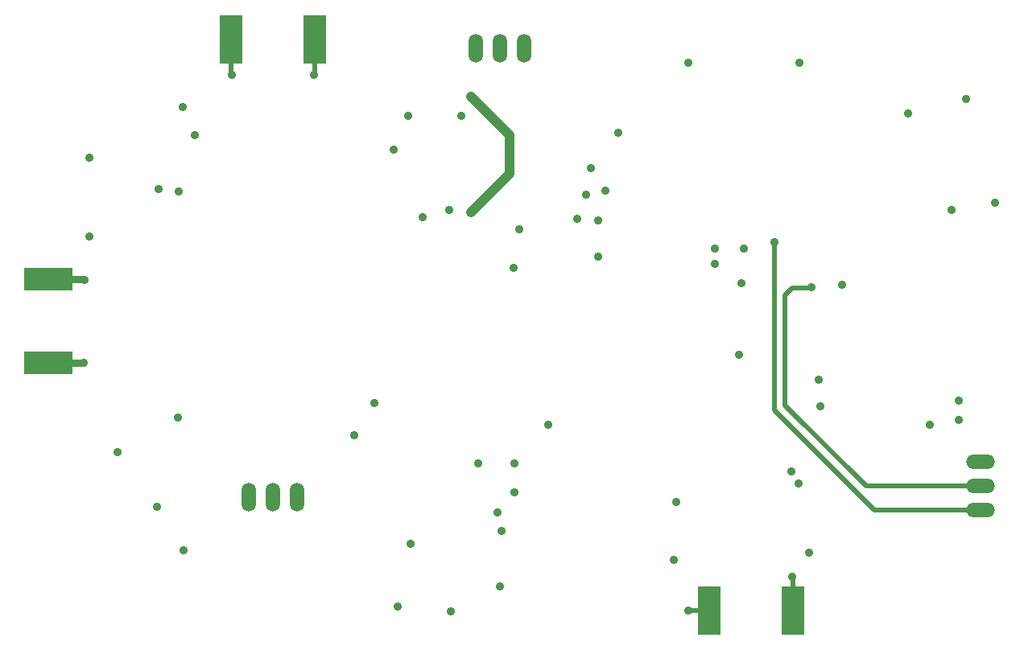
<source format=gbl>
%FSLAX34Y34*%
G04 Gerber Fmt 3.4, Leading zero omitted, Abs format*
G04 (created by PCBNEW (2014-03-19 BZR 4756)-product) date Mon 28 Jul 2014 09:33:57 AM AKDT*
%MOIN*%
G01*
G70*
G90*
G04 APERTURE LIST*
%ADD10C,0.005906*%
%ADD11R,0.200787X0.094488*%
%ADD12R,0.094488X0.200787*%
%ADD13O,0.059300X0.118700*%
%ADD14O,0.118700X0.059300*%
%ADD15C,0.035000*%
%ADD16C,0.031496*%
%ADD17C,0.019685*%
%ADD18C,0.039370*%
G04 APERTURE END LIST*
G54D10*
G54D11*
X23500Y-24232D03*
X23500Y-20767D03*
G54D12*
X34507Y-10850D03*
X31042Y-10850D03*
X54316Y-34500D03*
X50851Y-34500D03*
G54D13*
X31800Y-29800D03*
X32800Y-29800D03*
X33800Y-29800D03*
G54D14*
X62100Y-30350D03*
X62100Y-29350D03*
X62100Y-28350D03*
G54D13*
X43200Y-11200D03*
X42200Y-11200D03*
X41200Y-11200D03*
G54D15*
X54550Y-29250D03*
X42200Y-33500D03*
X54250Y-28750D03*
X38500Y-31750D03*
X42750Y-20300D03*
X55450Y-26050D03*
X61200Y-26600D03*
X61200Y-25800D03*
X28000Y-30200D03*
X40600Y-14000D03*
X38400Y-14000D03*
X25200Y-15750D03*
X51100Y-19500D03*
X52300Y-19500D03*
X61500Y-13300D03*
X59100Y-13900D03*
X54600Y-11800D03*
X50000Y-11800D03*
X42800Y-28400D03*
X41300Y-28400D03*
X46250Y-19850D03*
X54984Y-32100D03*
X60000Y-26800D03*
X60900Y-17900D03*
X37000Y-25900D03*
X25000Y-20800D03*
X24967Y-24232D03*
X52100Y-23900D03*
X51100Y-20150D03*
X45380Y-18270D03*
X45750Y-17290D03*
X45965Y-16165D03*
X49484Y-30000D03*
X46250Y-18350D03*
X49400Y-32400D03*
X26350Y-27950D03*
X29550Y-14800D03*
X46550Y-17100D03*
X37950Y-34350D03*
X40150Y-34550D03*
X42975Y-18725D03*
X42100Y-30450D03*
X29100Y-32000D03*
X56350Y-21000D03*
X28050Y-17050D03*
X28900Y-17150D03*
X50000Y-34500D03*
X54300Y-33100D03*
X34475Y-12300D03*
X31075Y-12300D03*
X40100Y-17900D03*
X39000Y-18200D03*
X52200Y-20950D03*
X44200Y-26800D03*
X28850Y-26500D03*
X29050Y-13650D03*
X62700Y-17600D03*
X55400Y-24950D03*
X41000Y-13200D03*
X41000Y-18000D03*
X42800Y-29600D03*
X25200Y-19000D03*
X36150Y-27250D03*
X42250Y-31200D03*
X53550Y-19250D03*
X55100Y-21100D03*
X37800Y-15400D03*
X47100Y-14700D03*
G54D16*
X24967Y-20767D02*
X23500Y-20767D01*
X24967Y-20767D02*
X25000Y-20800D01*
X23500Y-24232D02*
X24967Y-24232D01*
G54D17*
X50851Y-34500D02*
X50000Y-34500D01*
X54316Y-33116D02*
X54300Y-33100D01*
X54316Y-34500D02*
X54316Y-33116D01*
X34507Y-12267D02*
X34475Y-12300D01*
X34507Y-10850D02*
X34507Y-12267D01*
X31042Y-12267D02*
X31075Y-12300D01*
X31042Y-10850D02*
X31042Y-12267D01*
G54D18*
X41000Y-13200D02*
X42600Y-14800D01*
X42600Y-16400D02*
X42600Y-14800D01*
X41000Y-18000D02*
X42600Y-16400D01*
G54D17*
X57700Y-30350D02*
X53550Y-26200D01*
X53550Y-26200D02*
X53550Y-19250D01*
X62100Y-30350D02*
X57700Y-30350D01*
X55100Y-21100D02*
X55050Y-21150D01*
X55050Y-21150D02*
X54300Y-21150D01*
X54300Y-21150D02*
X54000Y-21450D01*
X54000Y-21450D02*
X54000Y-26000D01*
X54000Y-26000D02*
X57350Y-29350D01*
X57350Y-29350D02*
X62100Y-29350D01*
M02*

</source>
